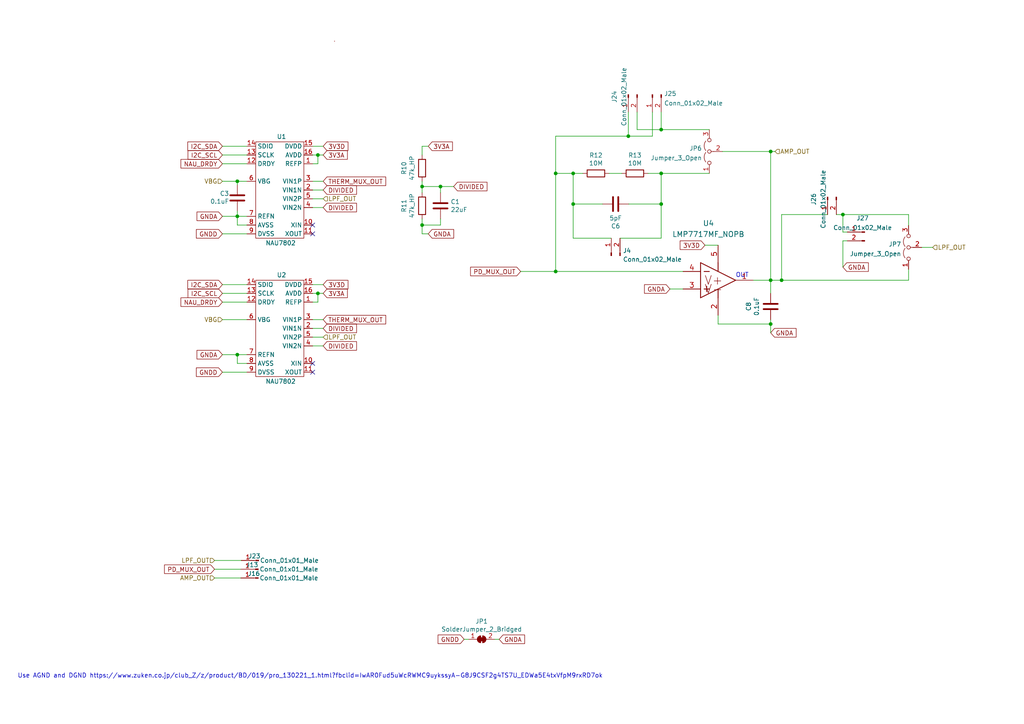
<source format=kicad_sch>
(kicad_sch (version 20211123) (generator eeschema)
  (paper "A4")
  (lib_symbols
    (symbol "Connector:Conn_01x01_Male" (pin_names (offset 1.016) hide)
      (property "Reference" "J" (at 0 2.54 0))
      (property "Value" "Conn_01x01_Male" (at 0 -2.54 0))
      (symbol "Conn_01x01_Male_1_1"
        (polyline (pts (xy 1.27 0) (xy 0.8636 0)) (stroke (width 0.1524)))
        (rectangle (start 0.8636 0.127) (end 0 -0.127) (stroke (width 0.1524)) (fill (type outline)))
        (pin passive line (at 5.08 0 180) (length 3.81) (name "Pin_1") (number "1"))
      )
    )
    (symbol "Connector:Conn_01x02_Male" (pin_names (offset 1.016) hide)
      (property "Reference" "J" (at 0 2.54 0))
      (property "Value" "Conn_01x02_Male" (at 0 -5.08 0))
      (symbol "Conn_01x02_Male_1_1"
        (polyline (pts (xy 1.27 -2.54) (xy 0.8636 -2.54)) (stroke (width 0.1524)))
        (polyline (pts (xy 1.27 0) (xy 0.8636 0)) (stroke (width 0.1524)))
        (rectangle (start 0.8636 -2.413) (end 0 -2.667) (stroke (width 0.1524)) (fill (type outline)))
        (rectangle (start 0.8636 0.127) (end 0 -0.127) (stroke (width 0.1524)) (fill (type outline)))
        (pin passive line (at 5.08 0 180) (length 3.81) (name "Pin_1") (number "1"))
        (pin passive line (at 5.08 -2.54 180) (length 3.81) (name "Pin_2") (number "2"))
      )
    )
    (symbol "Device:C" (pin_numbers hide) (pin_names (offset 0.254))
      (property "Reference" "C" (at 0.635 2.54 0))
      (property "Value" "C" (at 0.635 -2.54 0))
      (symbol "C_0_1"
        (polyline (pts (xy -2.032 -0.762) (xy 2.032 -0.762)) (stroke (width 0.508)))
        (polyline (pts (xy -2.032 0.762) (xy 2.032 0.762)) (stroke (width 0.508)))
      )
      (symbol "C_1_1"
        (pin passive line (at 0 3.81 270) (length 2.794) (name "~") (number "1"))
        (pin passive line (at 0 -3.81 90) (length 2.794) (name "~") (number "2"))
      )
    )
    (symbol "Device:R" (pin_numbers hide) (pin_names (offset 0))
      (property "Reference" "R" (at 2.032 0 90))
      (property "Value" "R" (at 0 0 90))
      (symbol "R_0_1"
        (rectangle (start -1.016 -2.54) (end 1.016 2.54) (stroke (width 0.254)))
      )
      (symbol "R_1_1"
        (pin passive line (at 0 3.81 270) (length 1.27) (name "~") (number "1"))
        (pin passive line (at 0 -3.81 90) (length 1.27) (name "~") (number "2"))
      )
    )
    (symbol "Jumper:Jumper_3_Open" (pin_names (offset 0) hide)
      (property "Reference" "JP" (at -2.54 -2.54 0))
      (property "Value" "Jumper_3_Open" (at 0 2.794 0))
      (symbol "Jumper_3_Open_0_0"
        (circle (center -3.302 0) (radius 0.508))
        (circle (center 0 0) (radius 0.508))
        (circle (center 3.302 0) (radius 0.508))
      )
      (symbol "Jumper_3_Open_0_1"
        (arc (start -0.254 1.016) (mid -1.651 1.4992) (end -3.048 1.016))
        (polyline (pts (xy 0 -0.508) (xy 0 -1.27)))
        (arc (start 3.048 1.016) (mid 1.651 1.4992) (end 0.254 1.016))
      )
      (symbol "Jumper_3_Open_1_1"
        (pin passive line (at -6.35 0 0) (length 2.54) (name "A") (number "1"))
        (pin input line (at 0 -3.81 90) (length 2.54) (name "C") (number "2"))
        (pin passive line (at 6.35 0 180) (length 2.54) (name "B") (number "3"))
      )
    )
    (symbol "Jumper:SolderJumper_2_Bridged" (pin_names (offset 0) hide)
      (property "Reference" "JP" (at 0 2.032 0))
      (property "Value" "SolderJumper_2_Bridged" (at 0 -2.54 0))
      (symbol "SolderJumper_2_Bridged_0_1"
        (rectangle (start -0.508 0.508) (end 0.508 -0.508) (fill (type outline)))
        (arc (start -0.254 1.016) (mid -1.27 0) (end -0.254 -1.016))
        (arc (start -0.254 1.016) (mid -1.27 0) (end -0.254 -1.016) (fill (type outline)))
        (polyline (pts (xy -0.254 1.016) (xy -0.254 -1.016)))
        (polyline (pts (xy 0.254 1.016) (xy 0.254 -1.016)))
        (arc (start 0.254 -1.016) (mid 1.27 0) (end 0.254 1.016))
        (arc (start 0.254 -1.016) (mid 1.27 0) (end 0.254 1.016) (fill (type outline)))
      )
      (symbol "SolderJumper_2_Bridged_1_1"
        (pin passive line (at -3.81 0 0) (length 2.54) (name "A") (number "1"))
        (pin passive line (at 3.81 0 180) (length 2.54) (name "B") (number "2"))
      )
    )
    (symbol "Ninja-qPCR:LMP7717MF_NOPB" (pin_names (offset 0) hide)
      (property "Reference" "U" (at 15.748 0.254 0))
      (property "Value" "Ninja-qPCR_LMP7717MF_NOPB" (at 15.748 -2.286 0))
      (symbol "LMP7717MF_NOPB_0_0"
        (text "V+" (at 3.81 -5.08 0) (effects (font (size 2.54 2.54))))
        (text "V-" (at 3.81 -7.62 0) (effects (font (size 2.54 2.54))))
      )
      (symbol "LMP7717MF_NOPB_1_1"
        (polyline (pts (xy 0 -10.16) (xy 10.16 -5.08)) (stroke (width 0.254)))
        (polyline (pts (xy 0 0) (xy 0 -10.16)) (stroke (width 0.254)))
        (polyline (pts (xy 0 0) (xy 10.16 -5.08)) (stroke (width 0.254)))
        (polyline (pts (xy 1.016 -7.62) (xy 2.54 -7.62)) (stroke (width 0.254)))
        (polyline (pts (xy 1.016 -2.54) (xy 2.54 -2.54)) (stroke (width 0.254)))
        (polyline (pts (xy 1.778 -6.858) (xy 1.778 -8.382)) (stroke (width 0.254)))
        (polyline (pts (xy 5.08 -7.62) (xy 5.08 -10.16)) (stroke (width 0.254)))
        (polyline (pts (xy 5.08 0) (xy 5.08 -2.54)) (stroke (width 0.254)))
        (pin output line (at 15.24 -5.08 180) (length 5.08) (name "OUT") (number "1"))
        (pin power_in line (at 5.08 -15.24 90) (length 5.08) (name "V-") (number "2"))
        (pin input line (at -5.08 -7.62 0) (length 5.08) (name "IN+") (number "3"))
        (pin input line (at -5.08 -2.54 0) (length 5.08) (name "IN-") (number "4"))
        (pin power_in line (at 5.08 5.08 270) (length 5.08) (name "V+") (number "5"))
      )
    )
    (symbol "Ninja-qPCR:NAU7802"
      (property "Reference" "U" (at 8.89 2.54 0))
      (property "Value" "NAU7802" (at 8.89 -27.94 0))
      (symbol "NAU7802_0_1"
        (rectangle (start 2.54 1.27) (end 16.51 -26.67) (stroke (width 0.1524)))
        (rectangle (start 25.4 30.48) (end 25.4 30.48) (stroke (width 0.1524)))
        (rectangle (start 25.4 30.48) (end 25.4 30.48) (stroke (width 0.1524)))
        (rectangle (start 25.4 30.48) (end 25.4 30.48) (stroke (width 0.1524)))
      )
      (symbol "NAU7802_1_1"
        (pin input line (at 19.05 -5.08 180) (length 2.54) (name "REFP") (number "1"))
        (pin input line (at 19.05 -22.86 180) (length 2.54) (name "XIN") (number "10"))
        (pin input line (at 19.05 -25.4 180) (length 2.54) (name "XOUT") (number "11"))
        (pin input line (at 0 -5.08 0) (length 2.54) (name "DRDY") (number "12"))
        (pin input line (at 0 -2.54 0) (length 2.54) (name "SCLK") (number "13"))
        (pin input line (at 0 0 0) (length 2.54) (name "SDIO") (number "14"))
        (pin input line (at 19.05 0 180) (length 2.54) (name "DVDD") (number "15"))
        (pin input line (at 19.05 -2.54 180) (length 2.54) (name "AVDD") (number "16"))
        (pin input line (at 19.05 -12.7 180) (length 2.54) (name "VIN1N") (number "2"))
        (pin input line (at 19.05 -10.16 180) (length 2.54) (name "VIN1P") (number "3"))
        (pin input line (at 19.05 -17.78 180) (length 2.54) (name "VIN2N") (number "4"))
        (pin input line (at 19.05 -15.24 180) (length 2.54) (name "VIN2P") (number "5"))
        (pin input line (at 0 -10.16 0) (length 2.54) (name "VBG") (number "6"))
        (pin input line (at 0 -20.32 0) (length 2.54) (name "REFN") (number "7"))
        (pin input line (at 0 -22.86 0) (length 2.54) (name "AVSS") (number "8"))
        (pin input line (at 0 -25.4 0) (length 2.54) (name "DVSS") (number "9"))
      )
    )
  )
  (junction (at 122.428 54.102))
  (junction (at 161.163 50.292))
  (junction (at 122.428 65.278))
  (junction (at 68.834 62.738))
  (junction (at 92.202 85.09))
  (junction (at 244.475 62.23))
  (junction (at 68.834 52.578))
  (junction (at 191.77 37.592))
  (junction (at 166.243 59.182))
  (junction (at 182.245 39.497))
  (junction (at 92.202 44.958))
  (junction (at 226.695 81.28))
  (junction (at 191.77 50.292))
  (junction (at 166.243 50.292))
  (junction (at 127.762 54.102))
  (junction (at 68.834 102.87))
  (junction (at 223.52 43.942))
  (junction (at 191.77 59.182))
  (junction (at 223.52 93.98))
  (junction (at 161.163 78.74))
  (junction (at 223.52 81.28))
  (no_connect (at 90.678 67.818))
  (no_connect (at 90.678 65.278))
  (no_connect (at 90.678 107.95))
  (no_connect (at 90.678 105.41))
  (wire (pts (xy 90.678 55.118) (xy 93.726 55.118)))
  (wire (pts (xy 226.695 81.28) (xy 263.525 81.28)))
  (wire (pts (xy 179.832 69.088) (xy 191.77 69.088)))
  (wire (pts (xy 90.678 44.958) (xy 92.202 44.958)))
  (wire (pts (xy 127.762 54.102) (xy 131.572 54.102)))
  (wire (pts (xy 127.762 54.102) (xy 127.762 55.88)))
  (wire (pts (xy 64.516 87.63) (xy 71.628 87.63)))
  (wire (pts (xy 223.52 93.98) (xy 208.28 93.98)))
  (wire (pts (xy 191.77 50.292) (xy 191.77 59.182)))
  (wire (pts (xy 151.003 78.74) (xy 161.163 78.74)))
  (wire (pts (xy 122.428 54.102) (xy 122.428 55.88)))
  (wire (pts (xy 263.525 62.23) (xy 263.525 65.405)))
  (wire (pts (xy 218.44 81.28) (xy 223.52 81.28)))
  (wire (pts (xy 166.243 59.182) (xy 166.243 69.088)))
  (wire (pts (xy 64.516 67.818) (xy 71.628 67.818)))
  (wire (pts (xy 62.23 167.64) (xy 69.85 167.64)))
  (wire (pts (xy 90.678 82.55) (xy 93.726 82.55)))
  (wire (pts (xy 191.77 32.512) (xy 191.77 37.592)))
  (wire (pts (xy 134.62 185.42) (xy 135.89 185.42)))
  (wire (pts (xy 64.516 62.738) (xy 68.834 62.738)))
  (wire (pts (xy 122.428 67.818) (xy 122.428 65.278)))
  (wire (pts (xy 90.678 87.63) (xy 92.202 87.63)))
  (wire (pts (xy 166.243 59.182) (xy 174.752 59.182)))
  (wire (pts (xy 122.428 54.102) (xy 127.762 54.102)))
  (wire (pts (xy 161.163 50.292) (xy 161.163 78.74)))
  (wire (pts (xy 166.243 50.292) (xy 161.163 50.292)))
  (wire (pts (xy 166.243 50.292) (xy 169.037 50.292)))
  (wire (pts (xy 92.202 47.498) (xy 92.202 44.958)))
  (wire (pts (xy 92.202 87.63) (xy 92.202 85.09)))
  (wire (pts (xy 68.834 102.87) (xy 71.628 102.87)))
  (wire (pts (xy 189.23 32.512) (xy 189.23 39.497)))
  (wire (pts (xy 92.202 44.958) (xy 93.726 44.958)))
  (wire (pts (xy 226.695 62.23) (xy 226.695 81.28)))
  (wire (pts (xy 244.475 69.85) (xy 244.475 77.47)))
  (wire (pts (xy 242.57 62.23) (xy 244.475 62.23)))
  (wire (pts (xy 71.628 105.41) (xy 68.834 105.41)))
  (wire (pts (xy 205.74 37.592) (xy 191.77 37.592)))
  (wire (pts (xy 64.516 44.958) (xy 71.628 44.958)))
  (wire (pts (xy 161.163 78.74) (xy 198.12 78.74)))
  (wire (pts (xy 184.785 37.592) (xy 184.785 32.512)))
  (wire (pts (xy 127.762 63.5) (xy 127.762 65.278)))
  (wire (pts (xy 124.206 42.418) (xy 122.428 42.418)))
  (wire (pts (xy 263.525 81.28) (xy 263.525 78.105)))
  (wire (pts (xy 64.516 92.71) (xy 71.628 92.71)))
  (wire (pts (xy 122.428 42.418) (xy 122.428 44.958)))
  (wire (pts (xy 68.834 65.278) (xy 68.834 62.738)))
  (wire (pts (xy 166.243 50.292) (xy 166.243 59.182)))
  (wire (pts (xy 71.628 65.278) (xy 68.834 65.278)))
  (wire (pts (xy 62.23 162.56) (xy 69.977 162.56)))
  (wire (pts (xy 208.28 93.98) (xy 208.28 91.44)))
  (wire (pts (xy 64.516 52.578) (xy 68.834 52.578)))
  (wire (pts (xy 223.52 92.71) (xy 223.52 93.98)))
  (wire (pts (xy 68.834 105.41) (xy 68.834 102.87)))
  (wire (pts (xy 245.745 69.85) (xy 244.475 69.85)))
  (wire (pts (xy 144.78 185.42) (xy 143.51 185.42)))
  (wire (pts (xy 90.678 52.578) (xy 93.726 52.578)))
  (wire (pts (xy 64.516 47.498) (xy 71.628 47.498)))
  (wire (pts (xy 161.163 39.497) (xy 161.163 50.292)))
  (wire (pts (xy 244.475 62.23) (xy 263.525 62.23)))
  (wire (pts (xy 90.678 97.79) (xy 93.726 97.79)))
  (wire (pts (xy 64.516 85.09) (xy 71.628 85.09)))
  (wire (pts (xy 223.52 81.28) (xy 226.695 81.28)))
  (wire (pts (xy 240.03 62.23) (xy 226.695 62.23)))
  (wire (pts (xy 223.52 93.98) (xy 223.52 96.52)))
  (wire (pts (xy 223.52 43.942) (xy 223.52 81.28)))
  (wire (pts (xy 68.834 61.214) (xy 68.834 62.738)))
  (wire (pts (xy 122.428 52.578) (xy 122.428 54.102)))
  (wire (pts (xy 90.678 47.498) (xy 92.202 47.498)))
  (wire (pts (xy 182.245 32.512) (xy 182.245 39.497)))
  (wire (pts (xy 194.31 83.82) (xy 198.12 83.82)))
  (wire (pts (xy 223.52 43.942) (xy 224.79 43.942)))
  (wire (pts (xy 182.372 59.182) (xy 191.77 59.182)))
  (wire (pts (xy 191.77 37.592) (xy 184.785 37.592)))
  (wire (pts (xy 90.678 57.658) (xy 93.726 57.658)))
  (wire (pts (xy 209.55 43.942) (xy 223.52 43.942)))
  (wire (pts (xy 68.834 62.738) (xy 71.628 62.738)))
  (wire (pts (xy 244.475 62.23) (xy 244.475 67.31)))
  (wire (pts (xy 64.516 82.55) (xy 71.628 82.55)))
  (wire (pts (xy 245.745 67.31) (xy 244.475 67.31)))
  (wire (pts (xy 176.657 50.292) (xy 180.34 50.292)))
  (wire (pts (xy 204.47 71.12) (xy 208.28 71.12)))
  (wire (pts (xy 68.834 52.578) (xy 71.628 52.578)))
  (wire (pts (xy 90.678 100.33) (xy 93.726 100.33)))
  (wire (pts (xy 64.516 107.95) (xy 71.628 107.95)))
  (wire (pts (xy 68.834 52.578) (xy 68.834 53.594)))
  (wire (pts (xy 166.243 69.088) (xy 177.292 69.088)))
  (wire (pts (xy 267.335 71.755) (xy 270.51 71.755)))
  (wire (pts (xy 161.163 39.497) (xy 182.245 39.497)))
  (wire (pts (xy 64.516 42.418) (xy 71.628 42.418)))
  (wire (pts (xy 191.77 50.292) (xy 187.96 50.292)))
  (wire (pts (xy 223.52 81.28) (xy 223.52 85.09)))
  (wire (pts (xy 90.678 95.25) (xy 93.726 95.25)))
  (wire (pts (xy 124.206 67.818) (xy 122.428 67.818)))
  (wire (pts (xy 191.77 59.182) (xy 191.77 69.088)))
  (wire (pts (xy 62.23 165.1) (xy 69.85 165.1)))
  (wire (pts (xy 205.74 50.292) (xy 191.77 50.292)))
  (wire (pts (xy 189.23 39.497) (xy 182.245 39.497)))
  (wire (pts (xy 127.762 65.278) (xy 122.428 65.278)))
  (wire (pts (xy 90.678 85.09) (xy 92.202 85.09)))
  (wire (pts (xy 90.678 92.71) (xy 93.726 92.71)))
  (wire (pts (xy 122.428 65.278) (xy 122.428 63.5)))
  (wire (pts (xy 90.678 42.418) (xy 93.726 42.418)))
  (wire (pts (xy 92.202 85.09) (xy 93.726 85.09)))
  (wire (pts (xy 64.516 102.87) (xy 68.834 102.87)))
  (wire (pts (xy 90.678 60.198) (xy 93.726 60.198)))
  (text "Use AGND and DGND  https://www.zuken.co.jp/club_Z/z/product/BD/019/pro_130221_1.html?fbclid=IwAR0Fud5uWcRWMC9uykssyA-G8J9CSF2g4TS7U_EDWa5E4txVfpM9rxRD7ok" (at 5.08 196.85 0) (effects (font (size 1.27 1.27)) (justify left bottom)))
  (text "OUT" (at 213.36 80.645 0) (effects (font (size 1.27 1.27)) (justify left bottom)))
  (global_label "I2C_SCL" (shape input) (at 64.516 85.09 180) (property "Intersheet References" "${INTERSHEET_REFS}" (effects hide)))
  (global_label "THERM_MUX_OUT" (shape input) (at 93.726 92.71 0) (property "Intersheet References" "${INTERSHEET_REFS}" (effects hide)))
  (global_label "DIVIDED" (shape input) (at 93.726 55.118 0) (property "Intersheet References" "${INTERSHEET_REFS}" (effects hide)))
  (global_label "I2C_SDA" (shape input) (at 64.516 42.418 180) (property "Intersheet References" "${INTERSHEET_REFS}" (effects hide)))
  (global_label "DIVIDED" (shape input) (at 131.572 54.102 0) (property "Intersheet References" "${INTERSHEET_REFS}" (effects hide)))
  (global_label "3V3D" (shape input) (at 93.726 42.418 0) (property "Intersheet References" "${INTERSHEET_REFS}" (effects hide)))
  (global_label "GNDA" (shape input) (at 64.516 102.87 180) (property "Intersheet References" "${INTERSHEET_REFS}" (effects hide)))
  (global_label "3V3D" (shape input) (at 204.47 71.12 180) (property "Intersheet References" "${INTERSHEET_REFS}" (effects hide)))
  (global_label "NAU_DRDY" (shape input) (at 64.516 47.498 180) (property "Intersheet References" "${INTERSHEET_REFS}" (effects hide)))
  (global_label "NAU_DRDY" (shape input) (at 64.516 87.63 180) (property "Intersheet References" "${INTERSHEET_REFS}" (effects hide)))
  (global_label "PD_MUX_OUT" (shape input) (at 62.23 165.1 180) (property "Intersheet References" "${INTERSHEET_REFS}" (effects hide)))
  (global_label "3V3A" (shape input) (at 124.206 42.418 0) (property "Intersheet References" "${INTERSHEET_REFS}" (effects hide)))
  (global_label "PD_MUX_OUT" (shape input) (at 151.003 78.74 180) (property "Intersheet References" "${INTERSHEET_REFS}" (effects hide)))
  (global_label "GNDD" (shape input) (at 134.62 185.42 180) (property "Intersheet References" "${INTERSHEET_REFS}" (effects hide)))
  (global_label "GNDA" (shape input) (at 64.516 62.738 180) (property "Intersheet References" "${INTERSHEET_REFS}" (effects hide)))
  (global_label "I2C_SDA" (shape input) (at 64.516 82.55 180) (property "Intersheet References" "${INTERSHEET_REFS}" (effects hide)))
  (global_label "GNDA" (shape input) (at 144.78 185.42 0) (property "Intersheet References" "${INTERSHEET_REFS}" (effects hide)))
  (global_label "GNDA" (shape input) (at 244.475 77.47 0) (property "Intersheet References" "${INTERSHEET_REFS}" (effects hide)))
  (global_label "GNDA" (shape input) (at 194.31 83.82 180) (property "Intersheet References" "${INTERSHEET_REFS}" (effects hide)))
  (global_label "DIVIDED" (shape input) (at 93.726 60.198 0) (property "Intersheet References" "${INTERSHEET_REFS}" (effects hide)))
  (global_label "GNDA" (shape input) (at 124.206 67.818 0) (property "Intersheet References" "${INTERSHEET_REFS}" (effects hide)))
  (global_label "3V3A" (shape input) (at 93.726 44.958 0) (property "Intersheet References" "${INTERSHEET_REFS}" (effects hide)))
  (global_label "GNDD" (shape input) (at 64.516 107.95 180) (property "Intersheet References" "${INTERSHEET_REFS}" (effects hide)))
  (global_label "3V3D" (shape input) (at 93.726 82.55 0) (property "Intersheet References" "${INTERSHEET_REFS}" (effects hide)))
  (global_label "DIVIDED" (shape input) (at 93.726 95.25 0) (property "Intersheet References" "${INTERSHEET_REFS}" (effects hide)))
  (global_label "THERM_MUX_OUT" (shape input) (at 93.726 52.578 0) (property "Intersheet References" "${INTERSHEET_REFS}" (effects hide)))
  (global_label "I2C_SCL" (shape input) (at 64.516 44.958 180) (property "Intersheet References" "${INTERSHEET_REFS}" (effects hide)))
  (global_label "3V3A" (shape input) (at 93.726 85.09 0) (property "Intersheet References" "${INTERSHEET_REFS}" (effects hide)))
  (global_label "GNDA" (shape input) (at 223.52 96.52 0) (property "Intersheet References" "${INTERSHEET_REFS}" (effects hide)))
  (global_label "GNDD" (shape input) (at 64.516 67.818 180) (property "Intersheet References" "${INTERSHEET_REFS}" (effects hide)))
  (global_label "DIVIDED" (shape input) (at 93.726 100.33 0) (property "Intersheet References" "${INTERSHEET_REFS}" (effects hide)))
  (hierarchical_label "VBG" (shape input) (at 64.516 92.71 180))
  (hierarchical_label "LPF_OUT" (shape input) (at 93.726 57.658 0))
  (hierarchical_label "VBG" (shape input) (at 64.516 52.578 180))
  (hierarchical_label "LPF_OUT" (shape input) (at 270.51 71.755 0))
  (hierarchical_label "AMP_OUT" (shape input) (at 62.23 167.64 180))
  (hierarchical_label "LPF_OUT" (shape input) (at 93.726 97.79 0))
  (hierarchical_label "AMP_OUT" (shape input) (at 224.79 43.942 0))
  (hierarchical_label "LPF_OUT" (shape input) (at 62.23 162.56 180))
  (symbol (lib_id "Connector:Conn_01x01_Male") (at 74.93 165.1 0) (mirror y) (unit 1)
    (property "Reference" "J13" (at 73.152 163.83 0))
    (property "Value" "Conn_01x01_Male" (at 83.82 165.1 0))
    (property "Footprint" "Connector_PinHeader_1.27mm:PinHeader_1x01_P1.27mm_Vertical" (effects hide))
  )
  (symbol (lib_id "Device:C") (at 223.52 88.9 0) (unit 1)
    (property "Reference" "C8" (at 217.1192 88.9 90))
    (property "Value" "0.1uF" (at 219.4306 88.9 90))
    (property "Footprint" "Capacitor_SMD:C_0603_1608Metric" (effects hide))
  )
  (symbol (lib_id "Device:R") (at 184.15 50.292 90) (mirror x) (unit 1)
    (property "Reference" "R13" (at 184.15 45.0342 90))
    (property "Value" "10M" (at 184.15 47.3456 90))
    (property "Footprint" "Resistor_SMD:R_0603_1608Metric" (effects hide))
  )
  (symbol (lib_id "Device:C") (at 178.562 59.182 270) (mirror x) (unit 1)
    (property "Reference" "C6" (at 178.562 65.5828 90))
    (property "Value" "5pF" (at 178.562 63.2714 90))
    (property "Footprint" "Capacitor_SMD:C_0603_1608Metric" (effects hide))
  )
  (symbol (lib_id "Ninja-qPCR:LMP7717MF_NOPB") (at 203.2 76.2 0) (unit 1)
    (property "Reference" "U4" (at 203.835 64.77 0) (effects (font (size 1.524 1.524)) (justify left)))
    (property "Value" "LMP7717MF_NOPB" (at 194.945 67.945 0) (effects (font (size 1.524 1.524)) (justify left)))
    (property "Footprint" "Package_TO_SOT_SMD:SOT-23-5" (effects hide))
  )
  (symbol (lib_id "Device:C") (at 68.834 57.404 0) (unit 1)
    (property "Reference" "C3" (at 63.754 56.134 0) (effects (justify left)))
    (property "Value" "0.1uF" (at 60.96 58.42 0) (effects (justify left)))
    (property "Footprint" "Capacitor_SMD:C_0603_1608Metric" (effects hide))
  )
  (symbol (lib_id "Jumper:SolderJumper_2_Bridged") (at 139.7 185.42 0) (unit 1)
    (property "Reference" "JP1" (at 139.7 180.213 0))
    (property "Value" "SolderJumper_2_Bridged" (at 139.7 182.5244 0))
    (property "Footprint" "Jumper:SolderJumper-2_P1.3mm_Bridged_RoundedPad1.0x1.5mm" (effects hide))
  )
  (symbol (lib_id "Connector:Conn_01x01_Male") (at 74.93 167.64 0) (mirror y) (unit 1)
    (property "Reference" "J16" (at 73.66 166.37 0))
    (property "Value" "Conn_01x01_Male" (at 83.82 167.64 0))
    (property "Footprint" "Connector_PinHeader_1.27mm:PinHeader_1x01_P1.27mm_Vertical" (effects hide))
  )
  (symbol (lib_id "Connector:Conn_01x02_Male") (at 177.292 74.168 90) (unit 1)
    (property "Reference" "J4" (at 180.6702 72.6983 90) (effects (justify right)))
    (property "Value" "Conn_01x02_Male" (at 180.6702 75.2352 90) (effects (justify right)))
    (property "Footprint" "Connector_PinHeader_2.54mm:PinHeader_1x02_P2.54mm_Vertical" (effects hide))
  )
  (symbol (lib_id "Connector:Conn_01x01_Male") (at 75.057 162.56 0) (mirror y) (unit 1)
    (property "Reference" "J23" (at 73.787 161.29 0))
    (property "Value" "Conn_01x01_Male" (at 83.947 162.56 0))
    (property "Footprint" "Connector_PinHeader_2.54mm:PinHeader_1x01_P2.54mm_Vertical" (effects hide))
  )
  (symbol (lib_id "Connector:Conn_01x02_Male") (at 189.23 27.432 90) (mirror x) (unit 1)
    (property "Reference" "J25" (at 192.6082 27.1585 90) (effects (justify right)))
    (property "Value" "Conn_01x02_Male" (at 192.6082 29.9336 90) (effects (justify right)))
    (property "Footprint" "Connector_PinHeader_1.27mm:PinHeader_1x02_P1.27mm_Vertical" (effects hide))
  )
  (symbol (lib_id "Ninja-qPCR:NAU7802") (at 71.628 82.55 0) (unit 1)
    (property "Reference" "U2" (at 81.661 79.756 0))
    (property "Value" "NAU7802" (at 81.407 110.617 0))
    (property "Footprint" "Package_DIP:DIP-16_W7.62mm" (effects hide))
  )
  (symbol (lib_id "Ninja-qPCR:NAU7802") (at 71.628 42.418 0) (unit 1)
    (property "Reference" "U1" (at 81.661 39.624 0))
    (property "Value" "NAU7802" (at 81.407 70.485 0))
    (property "Footprint" "Package_SO:SOIC-16_3.9x9.9mm_P1.27mm" (effects hide))
  )
  (symbol (lib_id "Connector:Conn_01x02_Male") (at 182.245 27.432 90) (mirror x) (unit 1)
    (property "Reference" "J24" (at 178.2023 28.067 0))
    (property "Value" "Conn_01x02_Male" (at 180.9774 28.067 0))
    (property "Footprint" "Connector_PinHeader_1.27mm:PinHeader_1x02_P1.27mm_Vertical" (effects hide))
  )
  (symbol (lib_id "Connector:Conn_01x02_Male") (at 250.825 67.31 0) (mirror y) (unit 1)
    (property "Reference" "J27" (at 250.19 63.2673 0))
    (property "Value" "Conn_01x02_Male" (at 250.19 66.0424 0))
    (property "Footprint" "Connector_PinHeader_1.27mm:PinHeader_1x02_P1.27mm_Vertical" (effects hide))
  )
  (symbol (lib_id "Device:R") (at 122.428 59.69 0) (unit 1)
    (property "Reference" "R11" (at 117.1702 59.69 90))
    (property "Value" "47k_HP" (at 119.4816 59.69 90))
    (property "Footprint" "Resistor_SMD:R_0603_1608Metric" (effects hide))
  )
  (symbol (lib_id "Device:R") (at 172.847 50.292 90) (mirror x) (unit 1)
    (property "Reference" "R12" (at 172.847 45.0342 90))
    (property "Value" "10M" (at 172.847 47.3456 90))
    (property "Footprint" "Resistor_SMD:R_0603_1608Metric" (effects hide))
  )
  (symbol (lib_id "Jumper:Jumper_3_Open") (at 263.525 71.755 90) (unit 1)
    (property "Reference" "JP7" (at 261.3909 70.8465 90) (effects (justify left)))
    (property "Value" "Jumper_3_Open" (at 261.3909 73.6216 90) (effects (justify left)))
    (property "Footprint" "Jumper:SolderJumper-3_P2.0mm_Open_TrianglePad1.0x1.5mm" (effects hide))
  )
  (symbol (lib_id "Connector:Conn_01x02_Male") (at 240.03 57.15 90) (mirror x) (unit 1)
    (property "Reference" "J26" (at 235.9873 57.785 0))
    (property "Value" "Conn_01x02_Male" (at 238.7624 57.785 0))
    (property "Footprint" "Connector_PinHeader_1.27mm:PinHeader_1x02_P1.27mm_Vertical" (effects hide))
  )
  (symbol (lib_id "Device:C") (at 127.762 59.69 180) (unit 1)
    (property "Reference" "C1" (at 130.683 58.5216 0) (effects (justify right)))
    (property "Value" "22uF" (at 130.683 60.833 0) (effects (justify right)))
    (property "Footprint" "Capacitor_SMD:C_1210_3225Metric" (effects hide))
  )
  (symbol (lib_id "Device:R") (at 122.428 48.768 0) (unit 1)
    (property "Reference" "R10" (at 117.1702 48.768 90))
    (property "Value" "47k_HP" (at 119.4816 48.768 90))
    (property "Footprint" "Resistor_SMD:R_0603_1608Metric" (effects hide))
  )
  (symbol (lib_id "Jumper:Jumper_3_Open") (at 205.74 43.942 90) (unit 1)
    (property "Reference" "JP6" (at 203.6059 43.0335 90) (effects (justify left)))
    (property "Value" "Jumper_3_Open" (at 203.6059 45.8086 90) (effects (justify left)))
    (property "Footprint" "Jumper:SolderJumper-3_P2.0mm_Open_TrianglePad1.0x1.5mm" (effects hide))
  )
)
</source>
